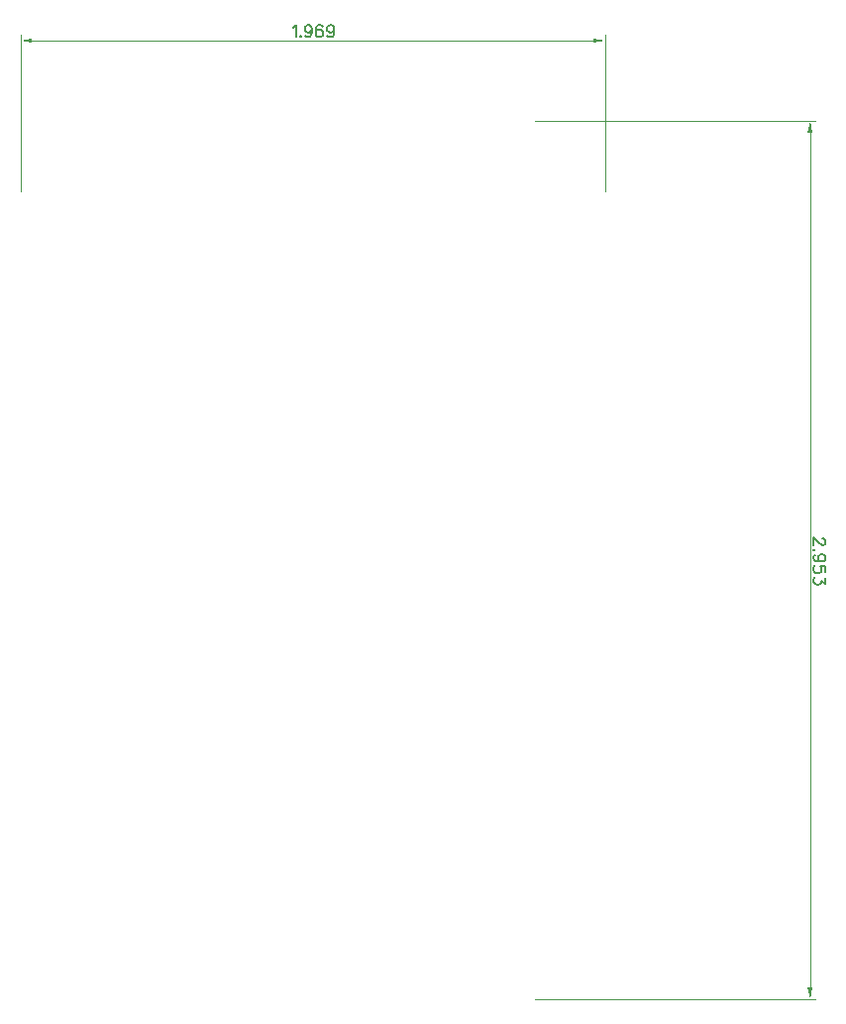
<source format=gbr>
G04 DipTrace 3.3.1.3*
G04 TopDimension.gbr*
%MOIN*%
G04 #@! TF.FileFunction,Drawing,Top*
G04 #@! TF.Part,Single*
%ADD13C,0.001378*%
%ADD89C,0.006176*%
%FSLAX26Y26*%
G04*
G70*
G90*
G75*
G01*
G04 TopDimension*
%LPD*%
X2126283Y3346756D2*
D13*
X3070214D1*
X2126283Y394000D2*
X3070214D1*
X3050529Y1870378D2*
Y3307386D1*
G36*
Y3346756D2*
X3058403Y3307386D1*
X3042655D1*
X3050529Y3346756D1*
G37*
Y1870378D2*
D13*
Y433370D1*
G36*
Y394000D2*
X3042655Y433370D1*
X3058403D1*
X3050529Y394000D1*
G37*
X394000Y3110535D2*
D13*
Y3637719D1*
X2362504Y3110535D2*
Y3637719D1*
X1378252Y3618034D2*
X433370D1*
G36*
X394000D2*
X433370Y3625908D1*
Y3610160D1*
X394000Y3618034D1*
G37*
X1378252D2*
D13*
X2323134D1*
G36*
X2362504D2*
X2323134Y3610160D1*
Y3625908D1*
X2362504Y3618034D1*
G37*
X3093337Y1944609D2*
D89*
X3095238D1*
X3099085Y1942708D1*
X3100986Y1940807D1*
X3102887Y1936960D1*
Y1929311D1*
X3100986Y1925508D1*
X3099085Y1923607D1*
X3095238Y1921662D1*
X3091436D1*
X3087589Y1923607D1*
X3081885Y1927410D1*
X3062740Y1946555D1*
Y1919760D1*
X3066586Y1905508D2*
X3064641Y1907409D1*
X3062740Y1905508D1*
X3064641Y1903562D1*
X3066586Y1905508D1*
X3089534Y1866317D2*
X3083786Y1868263D1*
X3079940Y1872065D1*
X3078038Y1877813D1*
Y1879715D1*
X3079940Y1885463D1*
X3083786Y1889265D1*
X3089534Y1891211D1*
X3091436D1*
X3097184Y1889265D1*
X3100986Y1885463D1*
X3102887Y1879715D1*
Y1877813D1*
X3100986Y1872065D1*
X3097184Y1868263D1*
X3089534Y1866317D1*
X3079940D1*
X3070389Y1868263D1*
X3064641Y1872065D1*
X3062740Y1877813D1*
Y1881616D1*
X3064641Y1887364D1*
X3068488Y1889265D1*
X3102887Y1831018D2*
Y1850119D1*
X3085688Y1852020D1*
X3087589Y1850119D1*
X3089534Y1844371D1*
Y1838667D1*
X3087589Y1832919D1*
X3083786Y1829073D1*
X3078038Y1827171D1*
X3074236D1*
X3068488Y1829073D1*
X3064641Y1832919D1*
X3062740Y1838667D1*
Y1844371D1*
X3064641Y1850119D1*
X3066586Y1852020D1*
X3070389Y1853966D1*
X3102887Y1810973D2*
Y1789971D1*
X3087589Y1801423D1*
Y1795675D1*
X3085688Y1791872D1*
X3083786Y1789971D1*
X3078038Y1788025D1*
X3074236D1*
X3068488Y1789971D1*
X3064641Y1793773D1*
X3062740Y1799521D1*
Y1805269D1*
X3064641Y1810973D1*
X3066586Y1812874D1*
X3070389Y1814820D1*
X1312598Y3662743D2*
X1316445Y3664689D1*
X1322193Y3670393D1*
Y3630245D1*
X1336446Y3634092D2*
X1334544Y3632146D1*
X1336446Y3630245D1*
X1338391Y3632146D1*
X1336446Y3634092D1*
X1375636Y3657040D2*
X1373691Y3651292D1*
X1369888Y3647445D1*
X1364140Y3645543D1*
X1362239D1*
X1356491Y3647445D1*
X1352688Y3651292D1*
X1350743Y3657040D1*
Y3658941D1*
X1352688Y3664689D1*
X1356491Y3668491D1*
X1362239Y3670393D1*
X1364140D1*
X1369888Y3668491D1*
X1373691Y3664689D1*
X1375636Y3657040D1*
Y3647445D1*
X1373691Y3637894D1*
X1369888Y3632146D1*
X1364140Y3630245D1*
X1360337D1*
X1354589Y3632146D1*
X1352688Y3635993D1*
X1410935Y3664689D2*
X1409034Y3668491D1*
X1403286Y3670393D1*
X1399483D1*
X1393735Y3668491D1*
X1389889Y3662743D1*
X1387987Y3653193D1*
Y3643642D1*
X1389889Y3635993D1*
X1393735Y3632146D1*
X1399483Y3630245D1*
X1401385D1*
X1407089Y3632146D1*
X1410935Y3635993D1*
X1412837Y3641741D1*
Y3643642D1*
X1410935Y3649390D1*
X1407089Y3653193D1*
X1401385Y3655094D1*
X1399483D1*
X1393735Y3653193D1*
X1389889Y3649390D1*
X1387987Y3643642D1*
X1450081Y3657040D2*
X1448136Y3651292D1*
X1444333Y3647445D1*
X1438585Y3645543D1*
X1436684D1*
X1430936Y3647445D1*
X1427133Y3651292D1*
X1425188Y3657040D1*
Y3658941D1*
X1427133Y3664689D1*
X1430936Y3668491D1*
X1436684Y3670393D1*
X1438585D1*
X1444333Y3668491D1*
X1448136Y3664689D1*
X1450081Y3657040D1*
Y3647445D1*
X1448136Y3637894D1*
X1444333Y3632146D1*
X1438585Y3630245D1*
X1434783D1*
X1429035Y3632146D1*
X1427133Y3635993D1*
M02*

</source>
